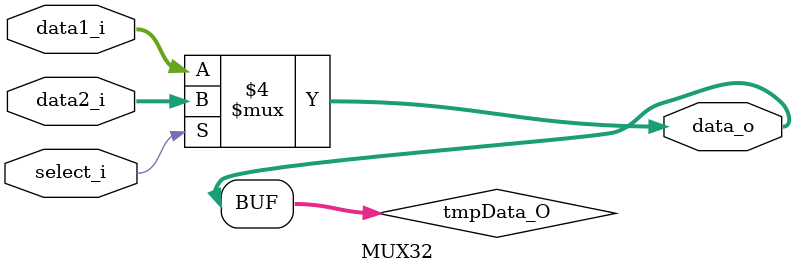
<source format=v>
module MUX32(
	data1_i,	// Registers.RTdata_o
	data2_i,	// Sign_Extend.data_o
	select_i,	// Control.ALUSrc_o
	data_o		// ALU.data2_i
);

input	[31:0]	data1_i;
input	[31:0]	data2_i;
input		select_i;
output	[31:0]	data_o;

reg 	[31:0] 	tmpData_O;
assign	data_o = tmpData_O;

always@(*) begin
	if (~select_i) begin
		tmpData_O = data1_i;
	end
	else begin
		tmpData_O = data2_i;
	end
end

endmodule

</source>
